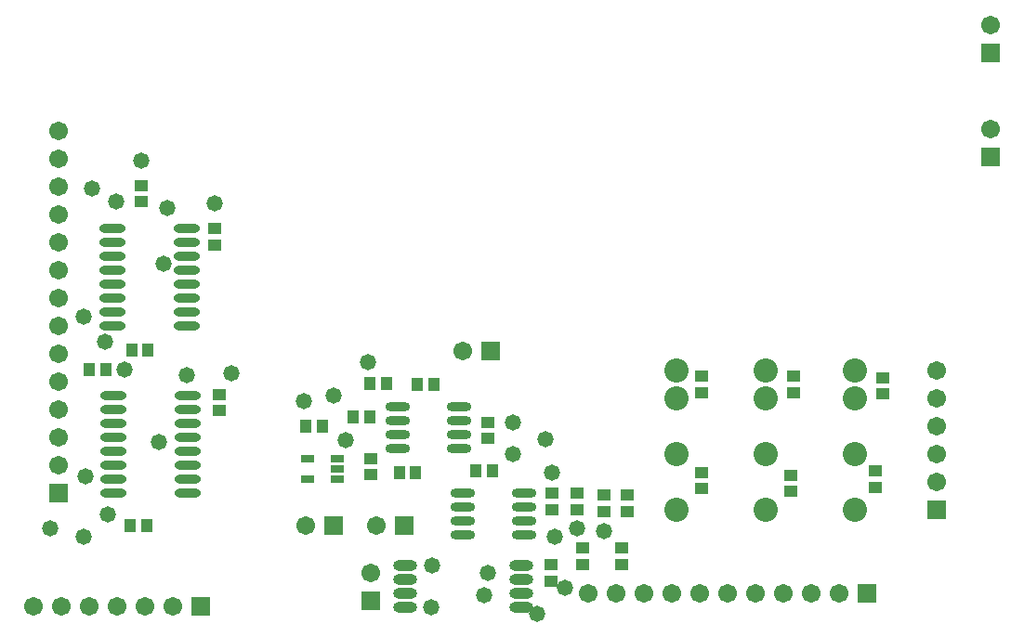
<source format=gts>
G04 Layer_Color=8388736*
%FSLAX25Y25*%
%MOIN*%
G70*
G01*
G75*
%ADD29R,0.05131X0.03162*%
%ADD30R,0.04343X0.04540*%
%ADD31O,0.09461X0.03162*%
%ADD32O,0.08674X0.03792*%
%ADD33R,0.04540X0.04343*%
%ADD34O,0.08800X0.03200*%
%ADD35C,0.06706*%
%ADD36R,0.06706X0.06706*%
%ADD37R,0.06706X0.06706*%
%ADD38C,0.08674*%
%ADD39C,0.05800*%
D29*
X303870Y264500D02*
D03*
Y271980D02*
D03*
X314500D02*
D03*
Y264500D02*
D03*
Y268240D02*
D03*
D30*
X240094Y248000D02*
D03*
X246000D02*
D03*
X240595Y311000D02*
D03*
X246500D02*
D03*
X325905Y287000D02*
D03*
X320000D02*
D03*
X336595Y267000D02*
D03*
X342500D02*
D03*
X348905Y298500D02*
D03*
X343000D02*
D03*
X326095Y299000D02*
D03*
X332000D02*
D03*
X231405Y304000D02*
D03*
X225500D02*
D03*
X308906Y283500D02*
D03*
X303000D02*
D03*
X369905Y267500D02*
D03*
X364000D02*
D03*
D31*
X260886Y294500D02*
D03*
Y289500D02*
D03*
Y284500D02*
D03*
Y279500D02*
D03*
Y274500D02*
D03*
Y269500D02*
D03*
Y264500D02*
D03*
Y259500D02*
D03*
X234114D02*
D03*
Y264500D02*
D03*
Y269500D02*
D03*
Y274500D02*
D03*
Y279500D02*
D03*
Y284500D02*
D03*
Y289500D02*
D03*
Y294500D02*
D03*
X260386Y354500D02*
D03*
Y349500D02*
D03*
Y344500D02*
D03*
Y339500D02*
D03*
Y334500D02*
D03*
Y329500D02*
D03*
Y324500D02*
D03*
Y319500D02*
D03*
X233614D02*
D03*
Y324500D02*
D03*
Y329500D02*
D03*
Y334500D02*
D03*
Y339500D02*
D03*
Y344500D02*
D03*
Y349500D02*
D03*
Y354500D02*
D03*
D32*
X380366Y218500D02*
D03*
Y223500D02*
D03*
Y228500D02*
D03*
Y233500D02*
D03*
X338634Y218500D02*
D03*
Y223500D02*
D03*
Y228500D02*
D03*
Y233500D02*
D03*
D33*
X391500Y253594D02*
D03*
Y259500D02*
D03*
X402500Y239906D02*
D03*
Y234000D02*
D03*
X416500Y239906D02*
D03*
Y234000D02*
D03*
X418500Y258906D02*
D03*
Y253000D02*
D03*
X507500Y261595D02*
D03*
Y267500D02*
D03*
X510000Y295094D02*
D03*
Y301000D02*
D03*
X477000Y260094D02*
D03*
Y266000D02*
D03*
X478000Y295595D02*
D03*
Y301500D02*
D03*
X445000Y261094D02*
D03*
Y267000D02*
D03*
Y295595D02*
D03*
Y301500D02*
D03*
X272000Y289094D02*
D03*
Y295000D02*
D03*
X270500Y348594D02*
D03*
Y354500D02*
D03*
X244000Y364094D02*
D03*
Y370000D02*
D03*
X368500Y279095D02*
D03*
Y285000D02*
D03*
X400500Y259405D02*
D03*
Y253500D02*
D03*
X410000Y253000D02*
D03*
Y258906D02*
D03*
X326500Y266094D02*
D03*
Y272000D02*
D03*
X391000Y233906D02*
D03*
Y228000D02*
D03*
D34*
X336000Y290500D02*
D03*
Y285500D02*
D03*
Y280500D02*
D03*
Y275500D02*
D03*
X358000D02*
D03*
Y280500D02*
D03*
Y285500D02*
D03*
Y290500D02*
D03*
X381500Y244500D02*
D03*
Y249500D02*
D03*
Y254500D02*
D03*
Y259500D02*
D03*
X359500D02*
D03*
Y254500D02*
D03*
Y249500D02*
D03*
Y244500D02*
D03*
D35*
X529331Y303720D02*
D03*
Y293721D02*
D03*
Y283720D02*
D03*
Y273721D02*
D03*
Y263720D02*
D03*
X326500Y231000D02*
D03*
X205500Y219000D02*
D03*
X215500D02*
D03*
X225500D02*
D03*
X235500D02*
D03*
X255500D02*
D03*
X245500D02*
D03*
X214331Y269468D02*
D03*
Y279468D02*
D03*
Y289469D02*
D03*
Y299468D02*
D03*
Y309469D02*
D03*
Y319468D02*
D03*
Y329468D02*
D03*
Y339469D02*
D03*
Y349468D02*
D03*
Y359469D02*
D03*
Y369468D02*
D03*
Y379468D02*
D03*
Y389469D02*
D03*
X548831Y427720D02*
D03*
Y390220D02*
D03*
X303000Y248000D02*
D03*
X359500Y310500D02*
D03*
X328500Y248000D02*
D03*
X494331Y223406D02*
D03*
X484331D02*
D03*
X474331D02*
D03*
X464331D02*
D03*
X454331D02*
D03*
X444331D02*
D03*
X434331D02*
D03*
X424331D02*
D03*
X414331D02*
D03*
X404331D02*
D03*
D36*
X529331Y253720D02*
D03*
X326500Y221000D02*
D03*
X214331Y259469D02*
D03*
X548831Y417721D02*
D03*
Y380221D02*
D03*
D37*
X265500Y219000D02*
D03*
X313000Y248000D02*
D03*
X369500Y310500D02*
D03*
X338500Y248000D02*
D03*
X504331Y223406D02*
D03*
D38*
X500000Y253500D02*
D03*
Y273500D02*
D03*
Y293500D02*
D03*
Y303500D02*
D03*
X468000Y253500D02*
D03*
Y273500D02*
D03*
Y293500D02*
D03*
Y303500D02*
D03*
X436000Y253500D02*
D03*
Y273500D02*
D03*
Y293500D02*
D03*
Y303500D02*
D03*
D39*
X226500Y369000D02*
D03*
X244000Y379000D02*
D03*
X391500Y267000D02*
D03*
X325500Y306500D02*
D03*
X317500Y278500D02*
D03*
X302500Y292500D02*
D03*
X377500Y273500D02*
D03*
Y285000D02*
D03*
X260500Y302000D02*
D03*
X253500Y362000D02*
D03*
X235094Y364094D02*
D03*
X238000Y304000D02*
D03*
X211500Y247000D02*
D03*
X232000Y252000D02*
D03*
X250500Y278000D02*
D03*
X231000Y314000D02*
D03*
X223500Y323000D02*
D03*
X252000Y342000D02*
D03*
X270500Y363500D02*
D03*
X276500Y302500D02*
D03*
X313000Y294500D02*
D03*
X223905Y265406D02*
D03*
X223500Y244000D02*
D03*
X348000Y218500D02*
D03*
X348500Y233500D02*
D03*
X367000Y223000D02*
D03*
X368500Y231000D02*
D03*
X396000Y225500D02*
D03*
X386093Y216250D02*
D03*
X400500Y247000D02*
D03*
X410000Y246000D02*
D03*
X389000Y279000D02*
D03*
X392500Y244000D02*
D03*
M02*

</source>
